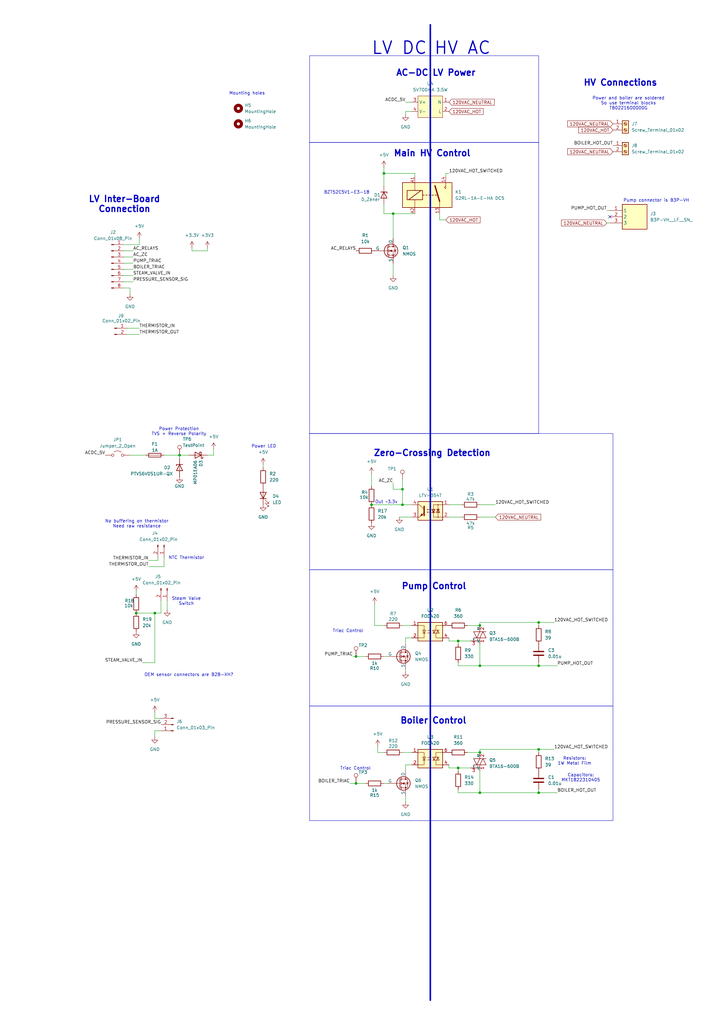
<source format=kicad_sch>
(kicad_sch (version 20231120) (generator "eeschema") (generator_version "8.0")
  (paper "A3" portrait)
  (lib_symbols
    (symbol "B3P-VH:B3P-VH__LF__SN_"
      (property "Reference" "J" (at 16.51 7.62 0))
      (property "Value" "B3P-VH__LF__SN_" (at 16.51 5.08 0))
      (symbol "B3P-VH__LF__SN__1_1"
        (pin passive line (at 0 0 0) (length 5.08) (name "1") (number "1"))
        (pin passive line (at 0 -2.54 0) (length 5.08) (name "2") (number "2"))
        (pin passive line (at 0 -5.08 0) (length 5.08) (name "3") (number "3"))
      )
    )
    (symbol "Connector:Conn_01x02_Pin" (pin_names (offset 1.016) hide)
      (property "Reference" "J" (at 0 2.54 0))
      (property "Value" "Conn_01x02_Pin" (at 0 -5.08 0))
      (symbol "Conn_01x02_Pin_1_1"
        (pin passive line (at 5.08 0 180) (length 3.81) (name "Pin_1") (number "1"))
        (pin passive line (at 5.08 -2.54 180) (length 3.81) (name "Pin_2") (number "2"))
      )
    )
    (symbol "Connector:Conn_01x03_Pin" (pin_names (offset 1.016) hide)
      (property "Reference" "J" (at 0 5.08 0))
      (property "Value" "Conn_01x03_Pin" (at 0 -5.08 0))
      (symbol "Conn_01x03_Pin_1_1"
        (pin passive line (at 5.08 2.54 180) (length 3.81) (name "Pin_1") (number "1"))
        (pin passive line (at 5.08 0 180) (length 3.81) (name "Pin_2") (number "2"))
        (pin passive line (at 5.08 -2.54 180) (length 3.81) (name "Pin_3") (number "3"))
      )
    )
    (symbol "Connector:Conn_01x08_Pin" (pin_names (offset 1.016) hide)
      (property "Reference" "J" (at 0 10.16 0))
      (property "Value" "Conn_01x08_Pin" (at 0 -12.7 0))
      (symbol "Conn_01x08_Pin_1_1"
        (pin passive line (at 5.08 7.62 180) (length 3.81) (name "Pin_1") (number "1"))
        (pin passive line (at 5.08 5.08 180) (length 3.81) (name "Pin_2") (number "2"))
        (pin passive line (at 5.08 2.54 180) (length 3.81) (name "Pin_3") (number "3"))
        (pin passive line (at 5.08 0 180) (length 3.81) (name "Pin_4") (number "4"))
        (pin passive line (at 5.08 -2.54 180) (length 3.81) (name "Pin_5") (number "5"))
        (pin passive line (at 5.08 -5.08 180) (length 3.81) (name "Pin_6") (number "6"))
        (pin passive line (at 5.08 -7.62 180) (length 3.81) (name "Pin_7") (number "7"))
        (pin passive line (at 5.08 -10.16 180) (length 3.81) (name "Pin_8") (number "8"))
      )
    )
    (symbol "Connector:Screw_Terminal_01x02" (pin_names (offset 1.016) hide)
      (property "Reference" "J" (at 0 2.54 0))
      (property "Value" "Screw_Terminal_01x02" (at 0 -5.08 0))
      (symbol "Screw_Terminal_01x02_1_1"
        (pin passive line (at -5.08 0 0) (length 3.81) (name "Pin_1") (number "1"))
        (pin passive line (at -5.08 -2.54 0) (length 3.81) (name "Pin_2") (number "2"))
      )
    )
    (symbol "Connector:TestPoint" (pin_numbers hide) (pin_names (offset 0.762) hide)
      (property "Reference" "TP" (at 0 6.858 0))
      (property "Value" "TestPoint" (at 0 5.08 0))
      (symbol "TestPoint_1_1"
        (pin passive line (at 0 0 90) (length 2.54) (name "1") (number "1"))
      )
    )
    (symbol "Device:C" (pin_numbers hide) (pin_names (offset 0.254))
      (property "Reference" "C" (at 0.635 2.54 0))
      (property "Value" "C" (at 0.635 -2.54 0))
      (symbol "C_1_1"
        (pin passive line (at 0 3.81 270) (length 2.794) (name "~") (number "1"))
        (pin passive line (at 0 -3.81 90) (length 2.794) (name "~") (number "2"))
      )
    )
    (symbol "Device:D_Schottky" (pin_numbers hide) (pin_names (offset 1.016) hide)
      (property "Reference" "D" (at 0 2.54 0))
      (property "Value" "D_Schottky" (at 0 -2.54 0))
      (symbol "D_Schottky_1_1"
        (pin passive line (at -3.81 0 0) (length 2.54) (name "K") (number "1"))
        (pin passive line (at 3.81 0 180) (length 2.54) (name "A") (number "2"))
      )
    )
    (symbol "Device:D_Zener" (pin_numbers hide) (pin_names (offset 1.016) hide)
      (property "Reference" "D" (at 0 2.54 0))
      (property "Value" "D_Zener" (at 0 -2.54 0))
      (symbol "D_Zener_1_1"
        (pin passive line (at -3.81 0 0) (length 2.54) (name "K") (number "1"))
        (pin passive line (at 3.81 0 180) (length 2.54) (name "A") (number "2"))
      )
    )
    (symbol "Device:Fuse" (pin_numbers hide) (pin_names (offset 0))
      (property "Reference" "F" (at 2.032 0 90))
      (property "Value" "Fuse" (at -1.905 0 90))
      (symbol "Fuse_1_1"
        (pin passive line (at 0 3.81 270) (length 1.27) (name "~") (number "1"))
        (pin passive line (at 0 -3.81 90) (length 1.27) (name "~") (number "2"))
      )
    )
    (symbol "Device:LED" (pin_numbers hide) (pin_names (offset 1.016) hide)
      (property "Reference" "D" (at 0 2.54 0))
      (property "Value" "LED" (at 0 -2.54 0))
      (symbol "LED_1_1"
        (pin passive line (at -3.81 0 0) (length 2.54) (name "K") (number "1"))
        (pin passive line (at 3.81 0 180) (length 2.54) (name "A") (number "2"))
      )
    )
    (symbol "Device:R" (pin_numbers hide) (pin_names (offset 0))
      (property "Reference" "R" (at 2.032 0 90))
      (property "Value" "R" (at 0 0 90))
      (symbol "R_1_1"
        (pin passive line (at 0 3.81 270) (length 1.27) (name "~") (number "1"))
        (pin passive line (at 0 -3.81 90) (length 1.27) (name "~") (number "2"))
      )
    )
    (symbol "Diode:ESD5Zxx" (pin_numbers hide) (pin_names hide)
      (property "Reference" "D" (at 0 2.54 0))
      (property "Value" "ESD5Zxx" (at 0 -2.54 0))
      (symbol "ESD5Zxx_1_1"
        (pin passive line (at -3.81 0 0) (length 2.54) (name "K") (number "1"))
        (pin passive line (at 3.81 0 180) (length 2.54) (name "A") (number "2"))
      )
    )
    (symbol "Isolator:LTV-354T" (pin_names (offset 1.016))
      (property "Reference" "U" (at -5.334 4.826 0))
      (property "Value" "LTV-354T" (at 0 5.08 0))
      (symbol "LTV-354T_1_1"
        (pin passive line (at -7.62 2.54 0) (length 2.54) (name "~") (number "1"))
        (pin passive line (at -7.62 -2.54 0) (length 2.54) (name "~") (number "2"))
        (pin passive line (at 7.62 -2.54 180) (length 2.54) (name "~") (number "3"))
        (pin passive line (at 7.62 2.54 180) (length 2.54) (name "~") (number "4"))
      )
    )
    (symbol "Jumper:Jumper_2_Open" (pin_numbers hide) (pin_names (offset 0) hide) (exclude_from_sim yes)
      (property "Reference" "JP" (at 0 2.794 0))
      (property "Value" "Jumper_2_Open" (at 0 -2.286 0))
      (symbol "Jumper_2_Open_1_1"
        (pin passive line (at -5.08 0 0) (length 2.54) (name "A") (number "1"))
        (pin passive line (at 5.08 0 180) (length 2.54) (name "B") (number "2"))
      )
    )
    (symbol "Mechanical:MountingHole" (pin_names (offset 1.016)) (exclude_from_sim yes) (in_bom no)
      (property "Reference" "H" (at 0 5.08 0))
      (property "Value" "MountingHole" (at 0 3.175 0))
    )
    (symbol "Relay:G2RL-1A-E"
      (property "Reference" "K" (at 11.43 3.81 0))
      (property "Value" "G2RL-1A-E" (at 11.43 1.27 0))
      (symbol "G2RL-1A-E_1_1"
        (pin passive line (at 5.08 -7.62 90) (length 2.54) (name "~") (number "13"))
        (pin passive line (at 7.62 7.62 270) (length 2.54) (name "~") (number "14"))
        (pin passive line (at -5.08 7.62 270) (length 2.54) (name "~") (number "A1"))
        (pin passive line (at -5.08 -7.62 90) (length 2.54) (name "~") (number "A2"))
      )
    )
    (symbol "Relay_SolidState:FOD420"
      (property "Reference" "U" (at -5.08 5.08 0))
      (property "Value" "FOD420" (at 0 5.08 0))
      (symbol "FOD420_1_1"
        (pin passive line (at -7.62 2.54 0) (length 2.54) (name "~") (number "1"))
        (pin passive line (at -7.62 -2.54 0) (length 2.54) (name "~") (number "2"))
        (pin no_connect line (at -5.08 0 0) (length 2.54) hide (name "NC") (number "3"))
        (pin passive line (at 7.62 -2.54 180) (length 2.54) (name "~") (number "4"))
        (pin no_connect line (at 5.08 0 180) (length 2.54) hide (name "NC") (number "5"))
        (pin passive line (at 7.62 2.54 180) (length 2.54) (name "~") (number "6"))
      )
    )
    (symbol "Simulation_SPICE:NMOS" (pin_numbers hide) (pin_names (offset 0))
      (property "Reference" "Q" (at 5.08 1.27 0))
      (property "Value" "NMOS" (at 5.08 -1.27 0))
      (symbol "NMOS_1_1"
        (pin passive line (at 2.54 5.08 270) (length 2.54) (name "D") (number "1"))
        (pin input line (at -5.08 0 0) (length 2.54) (name "G") (number "2"))
        (pin passive line (at 2.54 -5.08 90) (length 2.54) (name "S") (number "3"))
      )
    )
    (symbol "Triac_Thyristor:BTA16-600B" (pin_names (offset 0))
      (property "Reference" "Q" (at 5.08 1.905 0))
      (property "Value" "BTA16-600B" (at 5.08 0 0))
      (symbol "BTA16-600B_1_1"
        (pin passive line (at 0 -3.81 90) (length 2.54) (name "A1") (number "1"))
        (pin passive line (at 0 3.81 270) (length 2.54) (name "A2") (number "2"))
        (pin input line (at -3.81 -2.54 0) (length 2.54) (name "G") (number "3"))
      )
    )
    (symbol "WX-DC12003:WX-DC12003"
      (property "Reference" "U" (at -0.762 6.35 0))
      (property "Value" "5V700mA 3.5W" (at -2.54 5.08 0))
      (symbol "WX-DC12003_1_1"
        (pin power_in line (at -7.62 2.54 0) (length 2.54) (name "N") (number "1"))
        (pin power_in line (at -7.62 -1.27 0) (length 2.54) (name "L") (number "2"))
        (pin power_out line (at 7.62 2.54 180) (length 2.54) (name "V+") (number "3"))
        (pin power_out line (at 7.62 -1.27 180) (length 2.54) (name "V-") (number "4"))
      )
    )
    (symbol "power:+3.3V" (power) (pin_numbers hide) (pin_names (offset 0) hide)
      (property "Value" "+3.3V" (at 0 3.556 0))
      (symbol "+3.3V_1_1"
        (pin power_in line (at 0 0 90) (length 0) (name "~") (number "1"))
      )
    )
    (symbol "power:+3V3" (power) (pin_numbers hide) (pin_names (offset 0) hide)
      (property "Value" "+3V3" (at 0 3.556 0))
      (symbol "+3V3_1_1"
        (pin power_in line (at 0 0 90) (length 0) (name "~") (number "1"))
      )
    )
    (symbol "power:+5V" (power) (pin_numbers hide) (pin_names (offset 0) hide)
      (property "Value" "+5V" (at 0 3.556 0))
      (symbol "+5V_1_1"
        (pin power_in line (at 0 0 90) (length 0) (name "~") (number "1"))
      )
    )
    (symbol "power:GND" (power) (pin_numbers hide) (pin_names (offset 0) hide)
      (property "Value" "GND" (at 0 -3.81 0))
      (symbol "GND_1_1"
        (pin power_in line (at 0 0 270) (length 0) (name "~") (number "1"))
      )
    )
  )
  (junction (at 196.85 273.05))
  (junction (at 220.98 255.27))
  (junction (at 165.1 200.66))
  (junction (at 196.85 256.54))
  (junction (at 161.29 87.63))
  (junction (at 157.48 71.12))
  (junction (at 63.5 251.46))
  (junction (at 187.96 314.96))
  (junction (at 196.85 325.12))
  (junction (at 73.66 186.69))
  (junction (at 196.85 308.61))
  (junction (at 55.88 251.46))
  (junction (at 220.98 273.05))
  (junction (at 220.98 307.34))
  (junction (at 220.98 325.12))
  (junction (at 187.96 262.89))
  (junction (at 146.05 321.31))
  (junction (at 152.4 207.01))
  (junction (at 146.05 269.24))
  (junction (at 165.1 207.01))
  (no_connect (at 250.19 88.9))
  (wire (pts (xy 64.77 229.87) (xy 64.77 228.6)))
  (wire (pts (xy 220.98 308.61) (xy 220.98 307.34)))
  (wire (pts (xy 196.85 273.05) (xy 196.85 264.16)))
  (wire (pts (xy 170.18 71.12) (xy 157.48 71.12)))
  (wire (pts (xy 54.61 105.41) (xy 50.8 105.41)))
  (wire (pts (xy 248.92 91.44) (xy 250.19 91.44)))
  (wire (pts (xy 161.29 198.12) (xy 161.29 200.66)))
  (wire (pts (xy 54.61 113.03) (xy 50.8 113.03)))
  (wire (pts (xy 107.95 190.5) (xy 107.95 191.77)))
  (wire (pts (xy 170.18 72.39) (xy 170.18 71.12)))
  (wire (pts (xy 146.05 269.24) (xy 149.86 269.24)))
  (wire (pts (xy 180.34 90.17) (xy 180.34 87.63)))
  (wire (pts (xy 220.98 271.78) (xy 220.98 273.05)))
  (wire (pts (xy 220.98 307.34) (xy 196.85 307.34)))
  (wire (pts (xy 60.96 232.41) (xy 67.31 232.41)))
  (wire (pts (xy 220.98 325.12) (xy 196.85 325.12)))
  (wire (pts (xy 165.1 256.54) (xy 168.91 256.54)))
  (wire (pts (xy 146.05 321.31) (xy 143.51 321.31)))
  (wire (pts (xy 87.63 186.69) (xy 85.09 186.69)))
  (wire (pts (xy 227.33 307.34) (xy 220.98 307.34)))
  (wire (pts (xy 157.48 269.24) (xy 158.75 269.24)))
  (wire (pts (xy 187.96 325.12) (xy 196.85 325.12)))
  (wire (pts (xy 153.67 256.54) (xy 153.67 247.65)))
  (wire (pts (xy 157.48 71.12) (xy 157.48 68.58)))
  (wire (pts (xy 196.85 255.27) (xy 196.85 256.54)))
  (wire (pts (xy 184.15 314.96) (xy 184.15 313.69)))
  (wire (pts (xy 166.37 46.99) (xy 166.37 45.72)))
  (wire (pts (xy 149.86 321.31) (xy 146.05 321.31)))
  (wire (pts (xy 182.88 71.12) (xy 182.88 72.39)))
  (wire (pts (xy 54.61 102.87) (xy 50.8 102.87)))
  (wire (pts (xy 66.04 299.72) (xy 63.5 299.72)))
  (wire (pts (xy 193.04 262.89) (xy 187.96 262.89)))
  (wire (pts (xy 161.29 200.66) (xy 165.1 200.66)))
  (wire (pts (xy 87.63 184.15) (xy 87.63 186.69)))
  (wire (pts (xy 60.96 229.87) (xy 64.77 229.87)))
  (wire (pts (xy 54.61 110.49) (xy 50.8 110.49)))
  (wire (pts (xy 66.04 251.46) (xy 66.04 246.38)))
  (wire (pts (xy 157.48 321.31) (xy 158.75 321.31)))
  (wire (pts (xy 63.5 299.72) (xy 63.5 302.26)))
  (wire (pts (xy 248.92 86.36) (xy 250.19 86.36)))
  (wire (pts (xy 57.15 137.16) (xy 52.07 137.16)))
  (wire (pts (xy 55.88 243.84) (xy 55.88 242.57)))
  (wire (pts (xy 187.96 325.12) (xy 187.96 323.85)))
  (wire (pts (xy 53.34 186.69) (xy 59.69 186.69)))
  (wire (pts (xy 73.66 186.69) (xy 77.47 186.69)))
  (wire (pts (xy 165.1 196.85) (xy 165.1 200.66)))
  (wire (pts (xy 187.96 273.05) (xy 196.85 273.05)))
  (wire (pts (xy 187.96 264.16) (xy 187.96 262.89)))
  (wire (pts (xy 144.78 269.24) (xy 146.05 269.24)))
  (wire (pts (xy 166.37 328.93) (xy 166.37 326.39)))
  (wire (pts (xy 187.96 262.89) (xy 184.15 262.89)))
  (wire (pts (xy 168.91 261.62) (xy 166.37 261.62)))
  (wire (pts (xy 54.61 107.95) (xy 50.8 107.95)))
  (wire (pts (xy 187.96 314.96) (xy 184.15 314.96)))
  (wire (pts (xy 184.15 71.12) (xy 182.88 71.12)))
  (wire (pts (xy 157.48 71.12) (xy 157.48 76.2)))
  (wire (pts (xy 85.09 101.6) (xy 85.09 102.87)))
  (wire (pts (xy 165.1 207.01) (xy 168.91 207.01)))
  (wire (pts (xy 68.58 250.19) (xy 68.58 246.38)))
  (wire (pts (xy 166.37 313.69) (xy 166.37 316.23)))
  (wire (pts (xy 161.29 107.95) (xy 161.29 113.03)))
  (wire (pts (xy 227.33 255.27) (xy 220.98 255.27)))
  (wire (pts (xy 220.98 325.12) (xy 228.6 325.12)))
  (wire (pts (xy 184.15 212.09) (xy 189.23 212.09)))
  (wire (pts (xy 196.85 325.12) (xy 196.85 316.23)))
  (wire (pts (xy 193.04 314.96) (xy 187.96 314.96)))
  (wire (pts (xy 53.34 118.11) (xy 53.34 120.65)))
  (wire (pts (xy 54.61 115.57) (xy 50.8 115.57)))
  (wire (pts (xy 67.31 232.41) (xy 67.31 228.6)))
  (wire (pts (xy 220.98 255.27) (xy 196.85 255.27)))
  (wire (pts (xy 63.5 271.78) (xy 63.5 251.46)))
  (wire (pts (xy 57.15 97.79) (xy 57.15 100.33)))
  (wire (pts (xy 184.15 207.01) (xy 189.23 207.01)))
  (wire (pts (xy 168.91 212.09) (xy 163.83 212.09)))
  (wire (pts (xy 67.31 186.69) (xy 73.66 186.69)))
  (polyline (pts (xy 176.53 10.16) (xy 176.53 410.21)) (stroke (width 0.635)))
  (wire (pts (xy 166.37 45.72) (xy 168.91 45.72)))
  (wire (pts (xy 161.29 87.63) (xy 161.29 97.79)))
  (wire (pts (xy 184.15 262.89) (xy 184.15 261.62)))
  (wire (pts (xy 154.94 308.61) (xy 154.94 306.07)))
  (wire (pts (xy 73.66 186.69) (xy 73.66 187.96)))
  (wire (pts (xy 196.85 307.34) (xy 196.85 308.61)))
  (wire (pts (xy 50.8 118.11) (xy 53.34 118.11)))
  (wire (pts (xy 63.5 292.1) (xy 63.5 294.64)))
  (wire (pts (xy 57.15 134.62) (xy 52.07 134.62)))
  (wire (pts (xy 55.88 251.46) (xy 63.5 251.46)))
  (wire (pts (xy 196.85 212.09) (xy 203.2 212.09)))
  (wire (pts (xy 157.48 83.82) (xy 157.48 87.63)))
  (wire (pts (xy 63.5 251.46) (xy 66.04 251.46)))
  (wire (pts (xy 168.91 313.69) (xy 166.37 313.69)))
  (wire (pts (xy 191.77 256.54) (xy 196.85 256.54)))
  (wire (pts (xy 165.1 308.61) (xy 168.91 308.61)))
  (wire (pts (xy 165.1 200.66) (xy 165.1 207.01)))
  (wire (pts (xy 57.15 100.33) (xy 50.8 100.33)))
  (wire (pts (xy 78.74 102.87) (xy 85.09 102.87)))
  (wire (pts (xy 152.4 199.39) (xy 152.4 194.31)))
  (wire (pts (xy 157.48 308.61) (xy 154.94 308.61)))
  (wire (pts (xy 166.37 41.91) (xy 168.91 41.91)))
  (wire (pts (xy 166.37 275.59) (xy 166.37 274.32)))
  (wire (pts (xy 187.96 316.23) (xy 187.96 314.96)))
  (wire (pts (xy 220.98 323.85) (xy 220.98 325.12)))
  (wire (pts (xy 78.74 101.6) (xy 78.74 102.87)))
  (wire (pts (xy 166.37 261.62) (xy 166.37 264.16)))
  (wire (pts (xy 63.5 294.64) (xy 66.04 294.64)))
  (wire (pts (xy 220.98 273.05) (xy 228.6 273.05)))
  (wire (pts (xy 157.48 256.54) (xy 153.67 256.54)))
  (wire (pts (xy 58.42 271.78) (xy 63.5 271.78)))
  (wire (pts (xy 170.18 87.63) (xy 161.29 87.63)))
  (wire (pts (xy 196.85 207.01) (xy 203.2 207.01)))
  (wire (pts (xy 191.77 308.61) (xy 196.85 308.61)))
  (wire (pts (xy 157.48 87.63) (xy 161.29 87.63)))
  (wire (pts (xy 182.88 90.17) (xy 180.34 90.17)))
  (wire (pts (xy 220.98 256.54) (xy 220.98 255.27)))
  (wire (pts (xy 220.98 273.05) (xy 196.85 273.05)))
  (wire (pts (xy 152.4 207.01) (xy 165.1 207.01)))
  (wire (pts (xy 187.96 273.05) (xy 187.96 271.78)))
  (rectangle (start 127 289.56) (end 251.46 336.55))
  (rectangle (start 127 22.86) (end 220.98 58.42))
  (rectangle (start 127 233.68) (end 251.46 289.56))
  (rectangle (start 127 177.8) (end 251.46 233.68))
  (rectangle (start 127 58.42) (end 220.98 177.8))
  (text "Zero-Crossing Detection" (at 177.292 185.928 0) (effects (font (size 2.54 2.54) (thickness 0.508) (bold yes))))
  (text "Triac Control" (at 145.796 315.214 0) (effects (font (size 1.27 1.27))))
  (text "Mounting holes" (at 101.346 38.354 0) (effects (font (size 1.27 1.27))))
  (text "Power and boiler are soldered\nSo use terminal blocks\nTB0221600000G" (at 257.81 42.418 0) (effects (font (size 1.27 1.27))))
  (text "Out ~3.3v" (at 158.496 205.994 0) (effects (font (size 1.27 1.27))))
  (text "Power LED" (at 108.204 183.134 0) (effects (font (size 1.27 1.27))))
  (text "Pump Control" (at 178.054 240.538 0) (effects (font (size 2.54 2.54) (thickness 0.508) (bold yes))))
  (text "OEM sensor connectors are B2B-XH?" (at 77.47 276.86 0) (effects (font (size 1.27 1.27))))
  (text "Steam Valve\nSwitch" (at 76.454 246.634 0) (effects (font (size 1.27 1.27))))
  (text "LV DC" (at 163.83 19.812 0) (effects (font (size 5.08 5.08) (thickness 0.508) (bold yes))))
  (text "LV Inter-Board\nConnection" (at 51.054 83.82 0) (effects (font (size 2.54 2.54) (thickness 0.508) (bold yes))))
  (text "NTC Thermistor" (at 76.454 228.854 0) (effects (font (size 1.27 1.27))))
  (text "BZT52C5V1-E3-18\n" (at 142.24 78.994 0) (effects (font (size 1.27 1.27))))
  (text "Triac Control" (at 142.748 258.826 0) (effects (font (size 1.27 1.27))))
  (text "AC-DC LV Power" (at 178.816 29.972 0) (effects (font (size 2.54 2.54) (thickness 0.508) (bold yes))))
  (text "Boiler Control" (at 177.8 295.656 0) (effects (font (size 2.54 2.54) (thickness 0.508) (bold yes))))
  (text "Pump connector is B3P-VH" (at 269.24 82.296 0) (effects (font (size 1.27 1.27))))
  (text "No buffering on thermistor\nNeed raw resistance" (at 56.134 214.884 0) (effects (font (size 1.27 1.27))))
  (text "HV Connections" (at 254.508 34.036 0) (effects (font (size 2.54 2.54) (thickness 0.508) (bold yes))))
  (text "Main HV Control" (at 177.292 62.992 0) (effects (font (size 2.54 2.54) (thickness 0.508) (bold yes))))
  (text "Capacitors:\nMKT1822310405" (at 238.252 319.024 0) (effects (font (size 1.27 1.27))))
  (text "Power Protection\nTVS + Reverse Polarity" (at 73.406 177.038 0) (effects (font (size 1.27 1.27))))
  (text "Resistors:\n1W Metal Film" (at 235.712 312.166 0) (effects (font (size 1.27 1.27))))
  (text "HV AC" (at 189.738 19.812 0) (effects (font (size 5.08 5.08) (thickness 0.508) (bold yes))))
  (label "PUMP_TRIAC" (at 144.78 269.24 180))
  (label "120VAC_HOT_SWITCHED" (at 203.2 207.01 0))
  (label "STEAM_VALVE_IN" (at 58.42 271.78 180))
  (label "ACDC_5V" (at 166.37 41.91 180))
  (label "AC_RELAYS" (at 146.05 102.87 180))
  (label "120VAC_HOT_SWITCHED" (at 184.15 71.12 0))
  (label "THERMISTOR_IN" (at 60.96 229.87 180))
  (label "STEAM_VALVE_IN" (at 54.61 113.03 0))
  (label "120VAC_HOT_SWITCHED" (at 227.33 307.34 0))
  (label "PRESSURE_SENSOR_SIG" (at 54.61 115.57 0))
  (label "PUMP_TRIAC" (at 54.61 107.95 0))
  (label "THERMISTOR_OUT" (at 60.96 232.41 180))
  (label "AC_RELAYS" (at 54.61 102.87 0))
  (label "PUMP_HOT_OUT" (at 248.92 86.36 180))
  (label "THERMISTOR_IN" (at 57.15 134.62 0))
  (label "BOILER_TRIAC" (at 54.61 110.49 0))
  (label "BOILER_HOT_OUT" (at 228.6 325.12 0))
  (label "THERMISTOR_OUT" (at 57.15 137.16 0))
  (label "AC_ZC" (at 161.29 198.12 180))
  (label "ACDC_5V" (at 43.18 186.69 180))
  (label "PRESSURE_SENSOR_SIG" (at 66.04 297.18 180))
  (label "BOILER_TRIAC" (at 143.51 321.31 180))
  (label "AC_ZC" (at 54.61 105.41 0))
  (label "BOILER_HOT_OUT" (at 251.46 59.69 180))
  (label "PUMP_HOT_OUT" (at 228.6 273.05 0))
  (label "120VAC_HOT_SWITCHED" (at 227.33 255.27 0))
  (global_label "120VAC_NEUTRAL" (shape input) (at 184.15 41.91 0) (property "Intersheetrefs" "${INTERSHEET_REFS}" (effects (hide yes))))
  (global_label "120VAC_HOT" (shape input) (at 251.46 53.34 180) (property "Intersheetrefs" "${INTERSHEET_REFS}" (effects (hide yes))))
  (global_label "120VAC_HOT" (shape input) (at 182.88 90.17 0) (property "Intersheetrefs" "${INTERSHEET_REFS}" (effects (hide yes))))
  (global_label "120VAC_HOT" (shape input) (at 184.15 45.72 0) (property "Intersheetrefs" "${INTERSHEET_REFS}" (effects (hide yes))))
  (global_label "120VAC_NEUTRAL" (shape input) (at 251.46 50.8 180) (property "Intersheetrefs" "${INTERSHEET_REFS}" (effects (hide yes))))
  (global_label "120VAC_NEUTRAL" (shape input) (at 248.92 91.44 180) (property "Intersheetrefs" "${INTERSHEET_REFS}" (effects (hide yes))))
  (global_label "120VAC_NEUTRAL" (shape input) (at 203.2 212.09 0) (property "Intersheetrefs" "${INTERSHEET_REFS}" (effects (hide yes))))
  (global_label "120VAC_NEUTRAL" (shape input) (at 251.46 62.23 180) (property "Intersheetrefs" "${INTERSHEET_REFS}" (effects (hide yes))))
  (symbol (lib_id "Device:R") (at 152.4 210.82 0) (unit 1)
    (property "Reference" "R17" (at 154.94 209.5499 0) (effects (justify left)))
    (property "Value" "20k" (at 154.94 212.0899 0) (effects (justify left)))
    (property "Footprint" "Resistor_SMD:R_0603_1608Metric_Pad0.98x0.95mm_HandSolder" (effects (hide yes)))
    (property "Description" "Resistor" (effects (hide yes)))
  )
  (symbol (lib_id "Relay_SolidState:FOD420") (at 176.53 311.15 0) (unit 1)
    (property "Reference" "U3" (at 176.53 302.26 0))
    (property "Value" "FOD420" (at 176.53 304.8 0))
    (property "Footprint" "Package_DIP:DIP-6_W7.62mm" (effects (hide yes)))
    (property "Datasheet" "https://www.onsemi.com/pub/Collateral/FOD4218-D.PDF" (effects (hide yes)))
    (property "Description" "Random Phase Opto-Triac, Vdrm 600V, Ift 0.75mA, Itm 300mA, DIP6" (effects (hide yes)))
  )
  (symbol (lib_id "Device:D_Zener") (at 157.48 80.01 270) (unit 1)
    (property "Reference" "D1" (at 153.416 80.01 90) (effects (justify left)))
    (property "Value" "D_Zener" (at 148.082 81.788 90) (effects (justify left)))
    (property "Footprint" "Diode_SMD:D_SOD-123" (effects (hide yes)))
    (property "Description" "Zener diode" (effects (hide yes)))
  )
  (symbol (lib_id "Connector:Conn_01x02_Pin") (at 46.99 134.62 0) (unit 1)
    (property "Reference" "J9" (at 50.8 129.54 0) (effects (justify right)))
    (property "Value" "Conn_01x02_Pin" (at 57.658 131.572 0) (effects (justify right)))
    (property "Footprint" "Connector_JST:JST_XH_B2B-XH-AM_1x02_P2.50mm_Vertical" (effects (hide yes)))
    (property "Description" "Generic connector, single row, 01x02, script generated" (effects (hide yes)))
  )
  (symbol (lib_id "Jumper:Jumper_2_Open") (at 48.26 186.69 0) (unit 1) (exclude_from_sim yes)
    (property "Reference" "JP1" (at 48.26 180.34 0))
    (property "Value" "Jumper_2_Open" (at 48.26 182.88 0))
    (property "Footprint" "Jumper:SolderJumper-2_P1.3mm_Open_Pad1.0x1.5mm" (effects (hide yes)))
    (property "Description" "Jumper, 2-pole, open" (effects (hide yes)))
  )
  (symbol (lib_id "Connector:Conn_01x02_Pin") (at 67.31 223.52 270) (unit 1)
    (property "Reference" "J4" (at 64.77 218.694 90) (effects (justify right)))
    (property "Value" "Conn_01x02_Pin" (at 72.898 221.234 90) (effects (justify right)))
    (property "Footprint" "Connector_JST:JST_XH_B2B-XH-AM_1x02_P2.50mm_Vertical" (effects (hide yes)))
    (property "Description" "Generic connector, single row, 01x02, script generated" (effects (hide yes)))
  )
  (symbol (lib_id "Triac_Thyristor:BTA16-600B") (at 196.85 260.35 0) (unit 1)
    (property "Reference" "Q3" (at 200.66 259.6641 0) (effects (justify left)))
    (property "Value" "BTA16-600B" (at 200.66 262.2041 0) (effects (justify left)))
    (property "Footprint" "Package_TO_SOT_THT:TO-220-3_Vertical" (effects (hide yes)))
    (property "Datasheet" "https://www.st.com/resource/en/datasheet/bta16.pdf" (effects (hide yes)))
    (property "Description" "16A RMS, 600V Off-State Voltage, 50mA Sensitivity, Insulated, Triac, TO-220" (effects (hide yes)))
  )
  (symbol (lib_id "Device:R") (at 107.95 195.58 0) (unit 1)
    (property "Reference" "R2" (at 110.49 194.3099 0) (effects (justify left)))
    (property "Value" "220" (at 110.49 196.8499 0) (effects (justify left)))
    (property "Footprint" "Resistor_SMD:R_0603_1608Metric" (effects (hide yes)))
    (property "Datasheet" "https://www.vishay.com/docs/20035/dcrcwe3.pdf" (effects (hide yes)))
    (property "Description" "Thick Film Resistors - SMD 1/10watt 665ohms 1%" (effects (hide yes)))
    (property "Mouser #" "71-CRCW0603-665-E3" (effects (hide yes)))
    (property "Mouser Link" "https://www.mouser.com/ProductDetail/Vishay-Dale/CRCW0603665RFKEA?qs=LZIV7OMwgAcM0HrV2ne%252BWA%3D%3D" (effects (hide yes)))
  )
  (symbol (lib_id "Device:D_Schottky") (at 81.28 186.69 180) (unit 1)
    (property "Reference" "D3" (at 82.4484 188.722 90) (effects (justify left)))
    (property "Value" "MP01EA06" (at 80.137 188.722 90) (effects (justify left)))
    (property "Footprint" "Diode_SMD:D_SOD-123" (effects (hide yes)))
    (property "Datasheet" "https://www.mouser.com/datasheet/2/40/MP01EA06_file-2936388.pdf" (effects (hide yes)))
    (property "Description" "60V 1A 600mV @ 1A SOD-123 Schottky Barrier Diodes (SBD) RoHS" (effects (hide yes)))
    (property "Package" "SOD-123" (effects (hide yes)))
  )
  (symbol (lib_id "power:GND") (at 55.88 259.08 0) (unit 1)
    (property "Reference" "#PWR014" (effects (hide yes)))
    (property "Value" "GND" (at 55.88 264.16 0))
    (property "Description" "Power symbol creates a global label with name \"GND\" , ground" (effects (hide yes)))
  )
  (symbol (lib_id "Connector:TestPoint") (at 146.05 321.31 0) (unit 1)
    (property "Reference" "TP3" (at 147.066 316.738 0) (effects (justify left)))
    (property "Value" "TestPoint" (effects (hide yes)))
    (property "Footprint" "Connector_PinHeader_2.54mm:PinHeader_1x01_P2.54mm_Vertical" (effects (hide yes)))
    (property "Description" "test point" (effects (hide yes)))
  )
  (symbol (lib_id "Relay:G2RL-1A-E") (at 175.26 80.01 0) (unit 1)
    (property "Reference" "K1" (at 186.69 78.7399 0) (effects (justify left)))
    (property "Value" "G2RL-1A-E-HA DC5" (at 186.69 81.2799 0) (effects (justify left)))
    (property "Footprint" "Relay_THT:Relay_SPST_Omron_G2RL-1A-E" (effects (hide yes)))
    (property "Datasheet" "https://omronfs.omron.com/en_US/ecb/products/pdf/en-g2rl.pdf" (effects (hide yes)))
    (property "Description" "General Purpose Low Profile Relay SPST Through Hole High Capacity, Omron G2RL series, Normally Open, 16A 250VAC" (effects (hide yes)))
  )
  (symbol (lib_id "Connector:Screw_Terminal_01x02") (at 256.54 59.69 0) (unit 1)
    (property "Reference" "J8" (at 259.08 59.6899 0) (effects (justify left)))
    (property "Value" "Screw_Terminal_01x02" (at 259.08 62.2299 0) (effects (justify left)))
    (property "Footprint" "TerminalBlock:TerminalBlock_bornier-2_P5.08mm" (effects (hide yes)))
    (property "Description" "Generic screw terminal, single row, 01x02, script generated (kicad-library-utils/schlib/autogen/connector/)" (effects (hide yes)))
  )
  (symbol (lib_id "Relay_SolidState:FOD420") (at 176.53 259.08 0) (unit 1)
    (property "Reference" "U2" (at 176.53 250.19 0))
    (property "Value" "FOD420" (at 176.53 252.73 0))
    (property "Footprint" "Package_DIP:DIP-6_W7.62mm" (effects (hide yes)))
    (property "Datasheet" "https://www.onsemi.com/pub/Collateral/FOD4218-D.PDF" (effects (hide yes)))
    (property "Description" "Random Phase Opto-Triac, Vdrm 600V, Ift 0.75mA, Itm 300mA, DIP6" (effects (hide yes)))
  )
  (symbol (lib_id "Connector:Conn_01x08_Pin") (at 45.72 107.95 0) (unit 1)
    (property "Reference" "J2" (at 46.355 95.25 0))
    (property "Value" "Conn_01x08_Pin" (at 46.355 97.79 0))
    (property "Footprint" "Connector_JST:JST_PH_B8B-PH-K_1x08_P2.00mm_Vertical" (effects (hide yes)))
    (property "Description" "Generic connector, single row, 01x08, script generated" (effects (hide yes)))
  )
  (symbol (lib_id "Device:LED") (at 107.95 203.2 90) (unit 1)
    (property "Reference" "D4" (at 111.76 203.5174 90) (effects (justify right)))
    (property "Value" "LED" (at 111.76 206.0574 90) (effects (justify right)))
    (property "Footprint" "LED_SMD:LED_0603_1608Metric" (effects (hide yes)))
    (property "Datasheet" "https://fscdn.rohm.com/en/products/databook/datasheet/opto/led/chip_mono/smld12en1wt86-e.pdf" (effects (hide yes)))
    (property "Description" "Standard LEDs - SMD Grn 527nm; 140mcd 0603; 70mW" (effects (hide yes)))
    (property "Mouser #" "755-SMLD12EN1WT86 " (effects (hide yes)))
    (property "Mouser Link" "https://www.mouser.com/ProductDetail/ROHM-Semiconductor/SMLD12EN1WT86?qs=sGAEpiMZZMvyj6n1w4pZD6eAxfjFR14DnXRi1eOmQF%252BCR4I%252BHb%252BUkw%3D%3D" (effects (hide yes)))
  )
  (symbol (lib_id "Device:R") (at 149.86 102.87 90) (unit 1)
    (property "Reference" "R1" (at 149.86 96.52 90))
    (property "Value" "10k" (at 149.86 99.06 90))
    (property "Footprint" "Resistor_SMD:R_0603_1608Metric_Pad0.98x0.95mm_HandSolder" (effects (hide yes)))
    (property "Description" "Resistor" (effects (hide yes)))
  )
  (symbol (lib_id "Simulation_SPICE:NMOS") (at 163.83 321.31 0) (unit 1)
    (property "Reference" "Q6" (at 170.18 320.0399 0) (effects (justify left)))
    (property "Value" "NMOS" (at 170.18 322.5799 0) (effects (justify left)))
    (property "Footprint" "Package_TO_SOT_SMD:SOT-23" (effects (hide yes)))
    (property "Datasheet" "https://ngspice.sourceforge.io/docs/ngspice-html-manual/manual.xhtml#cha_MOSFETs" (effects (hide yes)))
    (property "Description" "N-MOSFET transistor, drain/source/gate" (effects (hide yes)))
    (property "Sim.Device" "NMOS" (effects (hide yes)))
    (property "Sim.Type" "VDMOS" (effects (hide yes)))
    (property "Sim.Pins" "1=D 2=G 3=S" (effects (hide yes)))
  )
  (symbol (lib_id "Simulation_SPICE:NMOS") (at 158.75 102.87 0) (unit 1)
    (property "Reference" "Q1" (at 165.1 101.5999 0) (effects (justify left)))
    (property "Value" "NMOS" (at 165.1 104.1399 0) (effects (justify left)))
    (property "Footprint" "Package_TO_SOT_SMD:SOT-23" (effects (hide yes)))
    (property "Datasheet" "https://ngspice.sourceforge.io/docs/ngspice-html-manual/manual.xhtml#cha_MOSFETs" (effects (hide yes)))
    (property "Description" "N-MOSFET transistor, drain/source/gate" (effects (hide yes)))
    (property "Sim.Device" "NMOS" (effects (hide yes)))
    (property "Sim.Type" "VDMOS" (effects (hide yes)))
    (property "Sim.Pins" "1=D 2=G 3=S" (effects (hide yes)))
  )
  (symbol (lib_id "power:+5V") (at 157.48 68.58 0) (unit 1)
    (property "Reference" "#PWR02" (effects (hide yes)))
    (property "Value" "+5V" (at 157.48 63.5 0))
    (property "Description" "Power symbol creates a global label with name \"+5V\"" (effects (hide yes)))
  )
  (symbol (lib_id "Connector:Conn_01x02_Pin") (at 68.58 241.3 270) (unit 1)
    (property "Reference" "J5" (at 66.04 236.474 90) (effects (justify right)))
    (property "Value" "Conn_01x02_Pin" (at 74.168 239.014 90) (effects (justify right)))
    (property "Footprint" "Connector_JST:JST_XH_B2B-XH-AM_1x02_P2.50mm_Vertical" (effects (hide yes)))
    (property "Description" "Generic connector, single row, 01x02, script generated" (effects (hide yes)))
  )
  (symbol (lib_id "WX-DC12003:WX-DC12003") (at 176.53 44.45 0) (mirror y) (unit 1)
    (property "Reference" "U4" (at 176.53 34.29 0))
    (property "Value" "5V700mA 3.5W" (at 176.53 36.83 0))
    (property "Footprint" "wx-dc12003:WX-DC12003" (effects (hide yes)))
    (property "Datasheet" "https://www.skytech.ir/DownLoad/File/8778_WX-DC12003.pdf" (effects (hide yes)))
    (property "Description" "AC-DC 5V 700mA 12V 300mA 3.5W Isolated Switch Power Supply module" (effects (hide yes)))
  )
  (symbol (lib_id "power:GND") (at 73.66 195.58 0) (unit 1)
    (property "Reference" "#PWR026" (effects (hide yes)))
    (property "Value" "GND" (at 73.66 199.39 0))
  )
  (symbol (lib_id "Device:R") (at 187.96 256.54 90) (unit 1)
    (property "Reference" "R6" (at 187.96 250.19 90))
    (property "Value" "360" (at 187.96 252.73 90))
    (property "Footprint" "Resistor_SMD:R_1206_3216Metric_Pad1.30x1.75mm_HandSolder" (effects (hide yes)))
    (property "Description" "Resistor" (effects (hide yes)))
  )
  (symbol (lib_id "Device:R") (at 193.04 212.09 90) (unit 1)
    (property "Reference" "R5" (at 193.04 216.408 90))
    (property "Value" "47k" (at 193.04 214.63 90))
    (property "Footprint" "Resistor_SMD:R_1206_3216Metric_Pad1.30x1.75mm_HandSolder" (effects (hide yes)))
    (property "Description" "Resistor" (effects (hide yes)))
  )
  (symbol (lib_id "Connector:Screw_Terminal_01x02") (at 256.54 50.8 0) (unit 1)
    (property "Reference" "J7" (at 259.08 50.7999 0) (effects (justify left)))
    (property "Value" "Screw_Terminal_01x02" (at 259.08 53.3399 0) (effects (justify left)))
    (property "Footprint" "TerminalBlock:TerminalBlock_bornier-2_P5.08mm" (effects (hide yes)))
    (property "Description" "Generic screw terminal, single row, 01x02, script generated (kicad-library-utils/schlib/autogen/connector/)" (effects (hide yes)))
  )
  (symbol (lib_id "power:+3V3") (at 85.09 101.6 0) (unit 1)
    (property "Reference" "#PWR016" (effects (hide yes)))
    (property "Value" "+3V3" (at 85.09 96.52 0))
    (property "Description" "Power symbol creates a global label with name \"+3V3\"" (effects (hide yes)))
  )
  (symbol (lib_id "Device:R") (at 153.67 269.24 90) (unit 1)
    (property "Reference" "R10" (at 153.67 274.066 90))
    (property "Value" "1k" (at 153.67 272.034 90))
    (property "Footprint" "Resistor_SMD:R_0603_1608Metric_Pad0.98x0.95mm_HandSolder" (effects (hide yes)))
    (property "Description" "Resistor" (effects (hide yes)))
  )
  (symbol (lib_id "Device:R") (at 152.4 203.2 180) (unit 1)
    (property "Reference" "R4" (at 149.606 201.93 0))
    (property "Value" "10k" (at 149.352 203.962 0))
    (property "Footprint" "Resistor_SMD:R_0603_1608Metric_Pad0.98x0.95mm_HandSolder" (effects (hide yes)))
    (property "Description" "Resistor" (effects (hide yes)))
  )
  (symbol (lib_id "Device:R") (at 161.29 308.61 90) (unit 1)
    (property "Reference" "R12" (at 161.29 303.784 90))
    (property "Value" "220" (at 161.29 306.07 90))
    (property "Footprint" "Resistor_SMD:R_0603_1608Metric_Pad0.98x0.95mm_HandSolder" (effects (hide yes)))
    (property "Description" "Resistor" (effects (hide yes)))
  )
  (symbol (lib_id "power:+3.3V") (at 78.74 101.6 0) (unit 1)
    (property "Reference" "#PWR015" (effects (hide yes)))
    (property "Value" "+3.3V" (at 78.74 96.52 0))
    (property "Description" "Power symbol creates a global label with name \"+3.3V\"" (effects (hide yes)))
  )
  (symbol (lib_id "Device:R") (at 220.98 312.42 0) (unit 1)
    (property "Reference" "R13" (at 223.52 311.1499 0) (effects (justify left)))
    (property "Value" "39" (at 223.52 313.6899 0) (effects (justify left)))
    (property "Footprint" "Resistor_THT:R_Axial_DIN0207_L6.3mm_D2.5mm_P10.16mm_Horizontal" (effects (hide yes)))
    (property "Description" "Resistor" (effects (hide yes)))
  )
  (symbol (lib_id "Triac_Thyristor:BTA16-600B") (at 196.85 312.42 0) (unit 1)
    (property "Reference" "Q5" (at 200.66 311.7341 0) (effects (justify left)))
    (property "Value" "BTA16-600B" (at 200.66 314.2741 0) (effects (justify left)))
    (property "Footprint" "Package_TO_SOT_THT:TO-220-3_Vertical" (effects (hide yes)))
    (property "Datasheet" "https://www.st.com/resource/en/datasheet/bta16.pdf" (effects (hide yes)))
    (property "Description" "16A RMS, 600V Off-State Voltage, 50mA Sensitivity, Insulated, Triac, TO-220" (effects (hide yes)))
  )
  (symbol (lib_id "power:GND") (at 68.58 250.19 0) (unit 1)
    (property "Reference" "#PWR021" (effects (hide yes)))
    (property "Value" "GND" (at 68.58 255.27 0))
    (property "Description" "Power symbol creates a global label with name \"GND\" , ground" (effects (hide yes)))
  )
  (symbol (lib_id "power:GND") (at 161.29 113.03 0) (unit 1)
    (property "Reference" "#PWR03" (effects (hide yes)))
    (property "Value" "GND" (at 161.29 118.11 0))
    (property "Description" "Power symbol creates a global label with name \"GND\" , ground" (effects (hide yes)))
  )
  (symbol (lib_id "Device:R") (at 220.98 260.35 0) (unit 1)
    (property "Reference" "R8" (at 223.52 259.0799 0) (effects (justify left)))
    (property "Value" "39" (at 223.52 261.6199 0) (effects (justify left)))
    (property "Footprint" "Resistor_THT:R_Axial_DIN0207_L6.3mm_D2.5mm_P10.16mm_Horizontal" (effects (hide yes)))
    (property "Description" "Resistor" (effects (hide yes)))
  )
  (symbol (lib_id "Connector:TestPoint") (at 73.66 186.69 0) (unit 1)
    (property "Reference" "TP6" (at 74.93 180.086 0) (effects (justify left)))
    (property "Value" "TestPoint" (at 74.93 182.626 0) (effects (justify left)))
    (property "Footprint" "Connector_PinHeader_2.54mm:PinHeader_1x01_P2.54mm_Vertical" (effects (hide yes)))
    (property "Description" "test point" (effects (hide yes)))
  )
  (symbol (lib_id "B3P-VH:B3P-VH__LF__SN_") (at 250.19 86.36 0) (unit 1)
    (property "Reference" "J3" (at 266.7 87.6299 0) (effects (justify left)))
    (property "Value" "B3P-VH__LF__SN_" (at 266.7 90.1699 0) (effects (justify left)))
    (property "Footprint" "HWBoard:HDRV3W114P0X396_1X3_1182X850X1090P" (effects (hide yes)))
    (property "Datasheet" "https://www.arrow.com/en/products/b3p-vh-lf-sn/jst-manufacturing" (effects (hide yes)))
    (property "Description" "Conn Wire to Board HDR 3 POS 3.96mm Solder ST Top Entry Thru-Hole Box" (effects (hide yes)))
    (property "Height" "10.9" (effects (hide yes)))
    (property "Manufacturer_Name" "JST (JAPAN SOLDERLESS TERMINALS)" (effects (hide yes)))
    (property "Manufacturer_Part_Number" "B3P-VH (LF)(SN)" (effects (hide yes)))
    (property "Arrow Part Number" "B3P-VH (LF)(SN)" (effects (hide yes)))
    (property "Arrow Price/Stock" "https://www.arrow.com/en/products/b3p-vh-lf-sn/jst-manufacturing" (effects (hide yes)))
  )
  (symbol (lib_id "Diode:ESD5Zxx") (at 73.66 191.77 90) (mirror x) (unit 1)
    (property "Reference" "D2" (at 68.58 191.77 90))
    (property "Value" "PTVS6V0S1UR-QX" (at 62.23 194.31 90))
    (property "Footprint" "Diode_SMD:Nexperia_CFP3_SOD-123W" (effects (hide yes)))
    (property "Datasheet" "https://assets.nexperia.com/documents/data-sheet/PTVSXS1UR-Q_SER.pdf" (effects (hide yes)))
  )
  (symbol (lib_id "power:+5V") (at 152.4 194.31 0) (unit 1)
    (property "Reference" "#PWR06" (effects (hide yes)))
    (property "Value" "+5V" (at 152.4 189.23 0))
    (property "Description" "Power symbol creates a global label with name \"+5V\"" (effects (hide yes)))
  )
  (symbol (lib_id "power:GND") (at 166.37 328.93 0) (unit 1)
    (property "Reference" "#PWR011" (effects (hide yes)))
    (property "Value" "GND" (at 166.37 334.01 0))
    (property "Description" "Power symbol creates a global label with name \"GND\" , ground" (effects (hide yes)))
  )
  (symbol (lib_id "Connector:TestPoint") (at 165.1 196.85 0) (unit 1)
    (property "Reference" "TP1" (at 159.004 192.278 0) (effects (justify left)))
    (property "Value" "TestPoint" (effects (hide yes)))
    (property "Footprint" "Connector_PinHeader_2.54mm:PinHeader_1x01_P2.54mm_Vertical" (effects (hide yes)))
    (property "Description" "test point" (effects (hide yes)))
  )
  (symbol (lib_id "Connector:Conn_01x03_Pin") (at 71.12 297.18 180) (unit 1)
    (property "Reference" "J6" (at 72.39 295.9099 0) (effects (justify right)))
    (property "Value" "Conn_01x03_Pin" (at 72.39 298.4499 0) (effects (justify right)))
    (property "Footprint" "Connector_JST:JST_XH_B3B-XH-AM_1x03_P2.50mm_Vertical" (effects (hide yes)))
    (property "Description" "Generic connector, single row, 01x03, script generated" (effects (hide yes)))
  )
  (symbol (lib_id "power:+5V") (at 87.63 184.15 0) (unit 1)
    (property "Reference" "#PWR028" (effects (hide yes)))
    (property "Value" "+5V" (at 87.63 179.07 0))
    (property "Description" "Power symbol creates a global label with name \"+5V\"" (effects (hide yes)))
  )
  (symbol (lib_id "power:GND") (at 163.83 212.09 0) (unit 1)
    (property "Reference" "#PWR07" (effects (hide yes)))
    (property "Value" "GND" (at 163.83 217.17 0))
    (property "Description" "Power symbol creates a global label with name \"GND\" , ground" (effects (hide yes)))
  )
  (symbol (lib_id "power:+5V") (at 154.94 306.07 0) (unit 1)
    (property "Reference" "#PWR031" (effects (hide yes)))
    (property "Value" "+5V" (at 154.94 300.99 0))
    (property "Description" "Power symbol creates a global label with name \"+5V\"" (effects (hide yes)))
  )
  (symbol (lib_id "power:GND") (at 166.37 275.59 0) (unit 1)
    (property "Reference" "#PWR09" (effects (hide yes)))
    (property "Value" "GND" (at 166.37 280.67 0))
    (property "Description" "Power symbol creates a global label with name \"GND\" , ground" (effects (hide yes)))
  )
  (symbol (lib_id "Device:R") (at 193.04 207.01 90) (unit 1)
    (property "Reference" "R3" (at 193.04 202.692 90))
    (property "Value" "47k" (at 193.04 204.724 90))
    (property "Footprint" "Resistor_SMD:R_1206_3216Metric_Pad1.30x1.75mm_HandSolder" (effects (hide yes)))
    (property "Description" "Resistor" (effects (hide yes)))
  )
  (symbol (lib_id "power:+5V") (at 57.15 97.79 0) (unit 1)
    (property "Reference" "#PWR013" (effects (hide yes)))
    (property "Value" "+5V" (at 57.15 92.71 0))
    (property "Description" "Power symbol creates a global label with name \"+5V\"" (effects (hide yes)))
  )
  (symbol (lib_id "Device:R") (at 55.88 255.27 0) (unit 1)
    (property "Reference" "R19" (at 58.42 253.9999 0) (effects (justify left)))
    (property "Value" "20k" (at 58.42 256.5399 0) (effects (justify left)))
    (property "Footprint" "Resistor_SMD:R_0603_1608Metric_Pad0.98x0.95mm_HandSolder" (effects (hide yes)))
    (property "Description" "Resistor" (effects (hide yes)))
  )
  (symbol (lib_id "Mechanical:MountingHole") (at 97.79 44.45 0) (unit 1) (exclude_from_sim yes) (in_bom no)
    (property "Reference" "H5" (at 100.33 43.1799 0) (effects (justify left)))
    (property "Value" "MountingHole" (at 100.33 45.7199 0) (effects (justify left)))
    (property "Footprint" "MountingHole:MountingHole_3.2mm_M3" (effects (hide yes)))
    (property "Description" "Mounting Hole without connection" (effects (hide yes)))
  )
  (symbol (lib_id "Mechanical:MountingHole") (at 97.79 50.8 0) (unit 1) (exclude_from_sim yes) (in_bom no)
    (property "Reference" "H6" (at 100.33 49.5299 0) (effects (justify left)))
    (property "Value" "MountingHole" (at 100.33 52.0699 0) (effects (justify left)))
    (property "Footprint" "MountingHole:MountingHole_3.2mm_M3" (effects (hide yes)))
    (property "Description" "Mounting Hole without connection" (effects (hide yes)))
  )
  (symbol (lib_id "power:GND") (at 53.34 120.65 0) (unit 1)
    (property "Reference" "#PWR012" (effects (hide yes)))
    (property "Value" "GND" (at 53.34 125.73 0))
    (property "Description" "Power symbol creates a global label with name \"GND\" , ground" (effects (hide yes)))
  )
  (symbol (lib_id "Simulation_SPICE:NMOS") (at 163.83 269.24 0) (unit 1)
    (property "Reference" "Q4" (at 170.18 267.9699 0) (effects (justify left)))
    (property "Value" "NMOS" (at 170.18 270.5099 0) (effects (justify left)))
    (property "Footprint" "Package_TO_SOT_SMD:SOT-23" (effects (hide yes)))
    (property "Datasheet" "https://ngspice.sourceforge.io/docs/ngspice-html-manual/manual.xhtml#cha_MOSFETs" (effects (hide yes)))
    (property "Description" "N-MOSFET transistor, drain/source/gate" (effects (hide yes)))
    (property "Sim.Device" "NMOS" (effects (hide yes)))
    (property "Sim.Type" "VDMOS" (effects (hide yes)))
    (property "Sim.Pins" "1=D 2=G 3=S" (effects (hide yes)))
  )
  (symbol (lib_id "power:GND") (at 166.37 46.99 0) (unit 1)
    (property "Reference" "#PWR05" (effects (hide yes)))
    (property "Value" "GND" (at 166.37 52.07 0))
    (property "Description" "Power symbol creates a global label with name \"GND\" , ground" (effects (hide yes)))
  )
  (symbol (lib_id "Device:R") (at 55.88 247.65 180) (unit 1)
    (property "Reference" "R18" (at 53.086 246.38 0))
    (property "Value" "10k" (at 52.832 248.412 0))
    (property "Footprint" "Resistor_SMD:R_0603_1608Metric_Pad0.98x0.95mm_HandSolder" (effects (hide yes)))
    (property "Description" "Resistor" (effects (hide yes)))
  )
  (symbol (lib_id "Device:C") (at 220.98 320.04 0) (unit 1)
    (property "Reference" "C1" (at 224.79 318.7699 0) (effects (justify left)))
    (property "Value" "0.01u" (at 224.79 321.3099 0) (effects (justify left)))
    (property "Footprint" "Capacitor_THT:C_Rect_L13.0mm_W4.0mm_P10.00mm_FKS3_FKP3_MKS4" (effects (hide yes)))
    (property "Description" "Unpolarized capacitor" (effects (hide yes)))
  )
  (symbol (lib_id "power:+5V") (at 63.5 292.1 0) (unit 1)
    (property "Reference" "#PWR019" (effects (hide yes)))
    (property "Value" "+5V" (at 63.5 287.02 0))
    (property "Description" "Power symbol creates a global label with name \"+5V\"" (effects (hide yes)))
  )
  (symbol (lib_id "Device:R") (at 187.96 267.97 0) (unit 1)
    (property "Reference" "R9" (at 190.5 266.6999 0) (effects (justify left)))
    (property "Value" "330" (at 190.5 269.2399 0) (effects (justify left)))
    (property "Footprint" "Resistor_SMD:R_1206_3216Metric_Pad1.30x1.75mm_HandSolder" (effects (hide yes)))
    (property "Description" "Resistor" (effects (hide yes)))
  )
  (symbol (lib_id "Isolator:LTV-354T") (at 176.53 209.55 0) (mirror y) (unit 1)
    (property "Reference" "U1" (at 176.53 200.66 0))
    (property "Value" "LTV-354T" (at 176.53 203.2 0))
    (property "Footprint" "Package_SO:SO-4_4.4x3.6mm_P2.54mm" (effects (hide yes)))
    (property "Datasheet" "http://optoelectronics.liteon.com/upload/download/DS70-2001-004/S_110_LTV-354T%2020140520.pdf" (effects (hide yes)))
    (property "Description" "AC/DC Optocoupler, Vce 35V, CTR 20%, SO-4" (effects (hide yes)))
  )
  (symbol (lib_id "Device:Fuse") (at 63.5 186.69 90) (unit 1)
    (property "Reference" "F1" (at 63.5 182.118 90))
    (property "Value" "1A" (at 63.5 184.658 90))
    (property "Footprint" "Fuse:Fuse_0603_1608Metric_Pad1.05x0.95mm_HandSolder" (effects (hide yes)))
    (property "Description" "Fuse" (effects (hide yes)))
  )
  (symbol (lib_id "Device:R") (at 153.67 321.31 90) (unit 1)
    (property "Reference" "R15" (at 153.67 326.136 90))
    (property "Value" "1k" (at 153.67 324.104 90))
    (property "Footprint" "Resistor_SMD:R_0603_1608Metric_Pad0.98x0.95mm_HandSolder" (effects (hide yes)))
    (property "Description" "Resistor" (effects (hide yes)))
  )
  (symbol (lib_id "power:GND") (at 107.95 207.01 0) (unit 1)
    (property "Reference" "#PWR030" (effects (hide yes)))
    (property "Value" "GND" (at 107.95 212.09 0))
    (property "Description" "Power symbol creates a global label with name \"GND\" , ground" (effects (hide yes)))
  )
  (symbol (lib_id "Device:R") (at 187.96 320.04 0) (unit 1)
    (property "Reference" "R14" (at 190.5 318.7699 0) (effects (justify left)))
    (property "Value" "330" (at 190.5 321.3099 0) (effects (justify left)))
    (property "Footprint" "Resistor_SMD:R_1206_3216Metric_Pad1.30x1.75mm_HandSolder" (effects (hide yes)))
    (property "Description" "Resistor" (effects (hide yes)))
  )
  (symbol (lib_id "Device:C") (at 220.98 267.97 0) (unit 1)
    (property "Reference" "C3" (at 224.79 266.6999 0) (effects (justify left)))
    (property "Value" "0.01u" (at 224.79 269.2399 0) (effects (justify left)))
    (property "Footprint" "Capacitor_THT:C_Rect_L13.0mm_W4.0mm_P10.00mm_FKS3_FKP3_MKS4" (effects (hide yes)))
    (property "Description" "Unpolarized capacitor" (effects (hide yes)))
  )
  (symbol (lib_id "Device:R") (at 161.29 256.54 90) (unit 1)
    (property "Reference" "R7" (at 161.29 251.714 90))
    (property "Value" "220" (at 161.29 254 90))
    (property "Footprint" "Resistor_SMD:R_0603_1608Metric_Pad0.98x0.95mm_HandSolder" (effects (hide yes)))
    (property "Description" "Resistor" (effects (hide yes)))
  )
  (symbol (lib_id "power:+5V") (at 153.67 247.65 0) (unit 1)
    (property "Reference" "#PWR08" (effects (hide yes)))
    (property "Value" "+5V" (at 153.67 242.57 0))
    (property "Description" "Power symbol creates a global label with name \"+5V\"" (effects (hide yes)))
  )
  (symbol (lib_id "Device:R") (at 187.96 308.61 90) (unit 1)
    (property "Reference" "R11" (at 187.96 302.26 90))
    (property "Value" "360" (at 187.96 304.8 90))
    (property "Footprint" "Resistor_SMD:R_1206_3216Metric_Pad1.30x1.75mm_HandSolder" (effects (hide yes)))
    (property "Description" "Resistor" (effects (hide yes)))
  )
  (symbol (lib_id "power:+5V") (at 107.95 190.5 0) (unit 1)
    (property "Reference" "#PWR01" (effects (hide yes)))
    (property "Value" "+5V" (at 107.95 185.42 0))
    (property "Description" "Power symbol creates a global label with name \"+5V\"" (effects (hide yes)))
  )
  (symbol (lib_id "power:GND") (at 63.5 302.26 0) (unit 1)
    (property "Reference" "#PWR020" (effects (hide yes)))
    (property "Value" "GND" (at 63.5 307.34 0))
    (property "Description" "Power symbol creates a global label with name \"GND\" , ground" (effects (hide yes)))
  )
  (symbol (lib_id "Connector:TestPoint") (at 146.05 269.24 0) (unit 1)
    (property "Reference" "TP2" (at 147.066 264.668 0) (effects (justify left)))
    (property "Value" "TestPoint" (effects (hide yes)))
    (property "Footprint" "Connector_PinHeader_2.54mm:PinHeader_1x01_P2.54mm_Vertical" (effects (hide yes)))
    (property "Description" "test point" (effects (hide yes)))
  )
  (symbol (lib_id "power:GND") (at 152.4 214.63 0) (unit 1)
    (property "Reference" "#PWR010" (effects (hide yes)))
    (property "Value" "GND" (at 152.4 219.71 0))
    (property "Description" "Power symbol creates a global label with name \"GND\" , ground" (effects (hide yes)))
  )
  (symbol (lib_id "power:+5V") (at 55.88 242.57 0) (unit 1)
    (property "Reference" "#PWR04" (effects (hide yes)))
    (property "Value" "+5V" (at 55.88 237.49 0))
    (property "Description" "Power symbol creates a global label with name \"+5V\"" (effects (hide yes)))
  )
)
</source>
